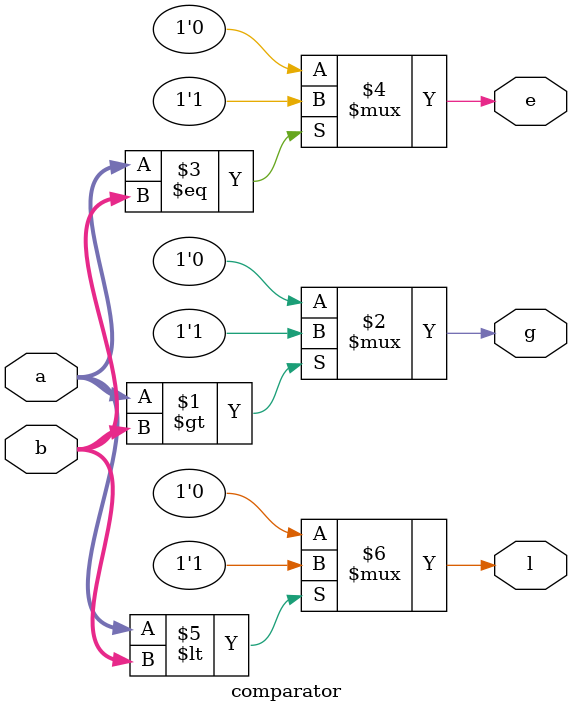
<source format=v>
module comparator (
    input wire [7:0] a, b,
    output wire g, e, l
);
    assign g = a > b ? 1'b1 : 1'b0;
    assign e = a == b ? 1'b1 : 1'b0;
    assign l = a < b ? 1'b1 : 1'b0;
endmodule


</source>
